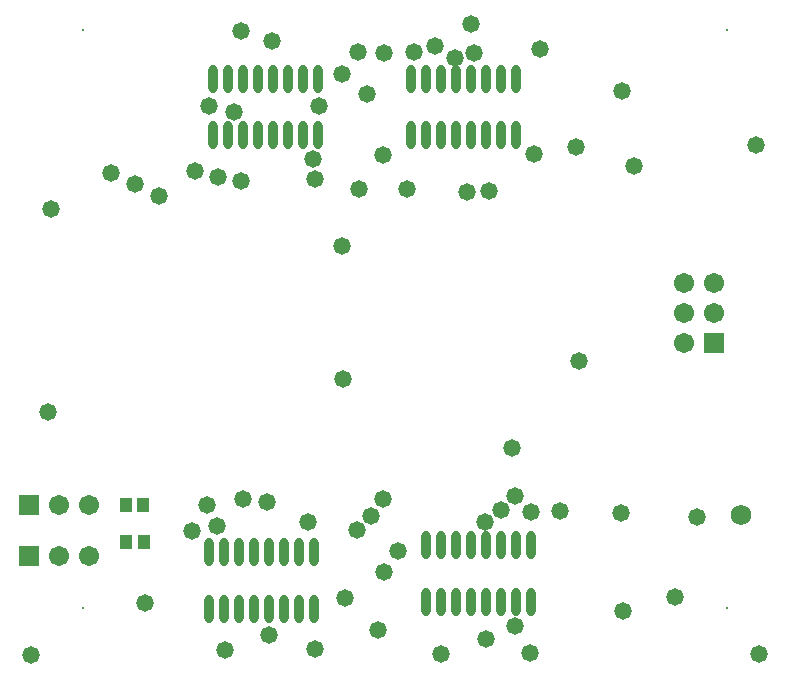
<source format=gbr>
%FSDAX33Y33*%
%MOMM*%
%SFA1B1*%

%IPPOS*%
%ADD14C,0.203200*%
%ADD15C,1.727200*%
%ADD16C,1.703200*%
%ADD17R,1.703200X1.703200*%
%ADD18C,1.473200*%
%ADD32O,0.803199X2.403201*%
%ADD33R,1.003201X1.253200*%
%LNfilm_bottomsolder-1*%
%LPD*%
G54D15*
X067548Y023303D03*
G54D14*
X066348Y015403D03*
Y064303D03*
G54D17*
X065248Y037863D03*
G54D16*
X065248Y040403D03*
Y042943D03*
X062708Y037863D03*
Y040403D03*
Y042943D03*
G54D32*
X049793Y015903D03*
Y020703D03*
X048523Y015903D03*
Y020703D03*
X048498Y055403D03*
Y060203D03*
X047253Y015903D03*
Y020703D03*
X047228Y055403D03*
Y060203D03*
X045983Y015903D03*
Y020703D03*
X045958Y055403D03*
Y060203D03*
X044713Y015903D03*
Y020703D03*
X044688Y055403D03*
Y060203D03*
X043443Y015903D03*
Y020703D03*
X043418Y055403D03*
Y060203D03*
X042173Y015903D03*
Y020703D03*
X042148Y055403D03*
Y060203D03*
X040903Y015903D03*
Y020703D03*
X040878Y055403D03*
Y060203D03*
X039608Y055403D03*
Y060203D03*
X031693Y055403D03*
Y060203D03*
X031393Y015303D03*
Y020103D03*
X030423Y055403D03*
Y060203D03*
X030123Y015303D03*
Y020103D03*
X029153Y055403D03*
Y060203D03*
X028853Y015303D03*
Y020103D03*
X027883Y055403D03*
Y060203D03*
X027583Y015303D03*
Y020103D03*
X026613Y055403D03*
Y060203D03*
X026313Y015303D03*
Y020103D03*
X025343Y055403D03*
Y060203D03*
X025043Y015303D03*
Y020103D03*
X024073Y055403D03*
Y060203D03*
X023773Y015303D03*
Y020103D03*
X022803Y055403D03*
Y060203D03*
X022503Y015303D03*
Y020103D03*
G54D33*
X016998Y021003D03*
X016948Y024103D03*
X015498Y021003D03*
X015448Y024103D03*
G54D16*
X012328Y019803D03*
Y024103D03*
G54D14*
X011848Y015403D03*
Y064303D03*
G54D16*
X009788Y019803D03*
Y024103D03*
G54D17*
X007248Y019803D03*
Y024103D03*
G54D18*
X069048Y011503D03*
X068848Y054603D03*
X063848Y023103D03*
X061948Y016303D03*
X058448Y052803D03*
X057548Y015103D03*
X057448Y059203D03*
X057348Y023403D03*
X053848Y036303D03*
X053548Y054403D03*
X052248Y023603D03*
X050548Y062703D03*
X050048Y053853D03*
X049748Y023503D03*
X049648Y011603D03*
X048448Y013903D03*
Y024903D03*
X048148Y028903D03*
X047248Y023703D03*
X046248Y050703D03*
X045983Y012768D03*
X045848Y022703D03*
X044948Y062403D03*
X044648Y064803D03*
X044348Y050603D03*
X043324Y061963D03*
X042148Y011503D03*
X041648Y063003D03*
X039848Y062503D03*
X039248Y050903D03*
X038548Y020203D03*
X037348Y018403D03*
Y062403D03*
X037248Y053703D03*
Y024603D03*
X036848Y013503D03*
X036248Y023203D03*
X035848Y058903D03*
X035248Y050903D03*
X035148Y062503D03*
X035048Y022003D03*
X034048Y016203D03*
X033848Y034803D03*
X033748Y046003D03*
Y060603D03*
X031848Y057903D03*
X031448Y011903D03*
Y051703D03*
X031348Y053403D03*
X030848Y022703D03*
X027848Y063403D03*
X027583Y013138D03*
X027407Y024403D03*
X025348Y024603D03*
X025248Y051503D03*
Y064203D03*
X024601Y057376D03*
X023848Y011803D03*
X023248Y051903D03*
X023148Y022303D03*
X022548Y057903D03*
X022348Y024103D03*
X021348Y052403D03*
X021048Y021903D03*
X018248Y050303D03*
X017048Y015803D03*
X016248Y051303D03*
X014248Y052203D03*
X009148Y049203D03*
X008848Y032003D03*
X007448Y011403D03*
M02*
</source>
